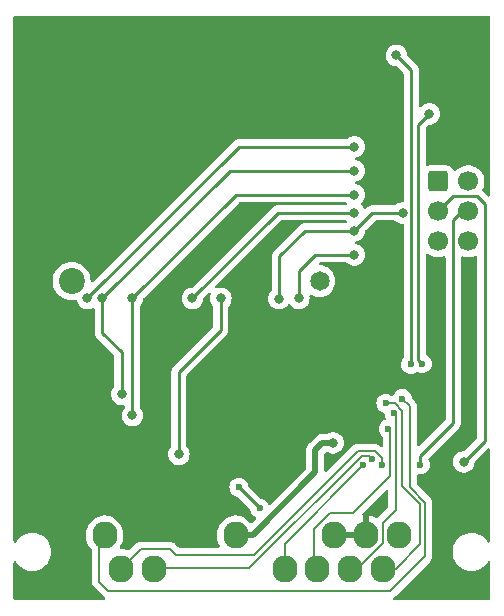
<source format=gbr>
%TF.GenerationSoftware,KiCad,Pcbnew,7.0.9*%
%TF.CreationDate,2023-12-07T13:52:13-06:00*%
%TF.ProjectId,smartportsd-smd,736d6172-7470-46f7-9274-73642d736d64,1.1*%
%TF.SameCoordinates,Original*%
%TF.FileFunction,Copper,L2,Bot*%
%TF.FilePolarity,Positive*%
%FSLAX46Y46*%
G04 Gerber Fmt 4.6, Leading zero omitted, Abs format (unit mm)*
G04 Created by KiCad (PCBNEW 7.0.9) date 2023-12-07 13:52:13*
%MOMM*%
%LPD*%
G01*
G04 APERTURE LIST*
G04 Aperture macros list*
%AMRoundRect*
0 Rectangle with rounded corners*
0 $1 Rounding radius*
0 $2 $3 $4 $5 $6 $7 $8 $9 X,Y pos of 4 corners*
0 Add a 4 corners polygon primitive as box body*
4,1,4,$2,$3,$4,$5,$6,$7,$8,$9,$2,$3,0*
0 Add four circle primitives for the rounded corners*
1,1,$1+$1,$2,$3*
1,1,$1+$1,$4,$5*
1,1,$1+$1,$6,$7*
1,1,$1+$1,$8,$9*
0 Add four rect primitives between the rounded corners*
20,1,$1+$1,$2,$3,$4,$5,0*
20,1,$1+$1,$4,$5,$6,$7,0*
20,1,$1+$1,$6,$7,$8,$9,0*
20,1,$1+$1,$8,$9,$2,$3,0*%
G04 Aperture macros list end*
%TA.AperFunction,ComponentPad*%
%ADD10O,2.100000X2.300000*%
%TD*%
%TA.AperFunction,ComponentPad*%
%ADD11C,2.200000*%
%TD*%
%TA.AperFunction,ComponentPad*%
%ADD12C,1.650000*%
%TD*%
%TA.AperFunction,ComponentPad*%
%ADD13C,1.700000*%
%TD*%
%TA.AperFunction,ComponentPad*%
%ADD14RoundRect,0.250000X-0.600000X-0.600000X0.600000X-0.600000X0.600000X0.600000X-0.600000X0.600000X0*%
%TD*%
%TA.AperFunction,ViaPad*%
%ADD15C,0.800000*%
%TD*%
%TA.AperFunction,ViaPad*%
%ADD16C,0.600000*%
%TD*%
%TA.AperFunction,Conductor*%
%ADD17C,0.500000*%
%TD*%
%TA.AperFunction,Conductor*%
%ADD18C,0.250000*%
%TD*%
%TA.AperFunction,Conductor*%
%ADD19C,0.200000*%
%TD*%
G04 APERTURE END LIST*
D10*
%TO.P,J1,1,1*%
%TO.N,GND*%
X167238000Y-126850000D03*
%TO.P,J1,2,2*%
X164468000Y-126850000D03*
%TO.P,J1,3,3*%
X161698000Y-126850000D03*
%TO.P,J1,6,6*%
%TO.N,+5V*%
X153388000Y-126850000D03*
%TO.P,J1,10,10*%
%TO.N,/PA5_WR_PROT*%
X142308000Y-126850000D03*
%TO.P,J1,11,P11*%
%TO.N,/PD2_00*%
X165853000Y-129690000D03*
%TO.P,J1,12,P12*%
%TO.N,/PD3_01*%
X163083000Y-129690000D03*
%TO.P,J1,13,P13*%
%TO.N,/PD4_02*%
X160313000Y-129690000D03*
%TO.P,J1,14,P14*%
%TO.N,/PD5_03*%
X157543000Y-129690000D03*
%TO.P,J1,18,P18*%
%TO.N,/PD6_RD_DATA*%
X146463000Y-129690000D03*
%TO.P,J1,19,P19*%
%TO.N,/PD7_WR_DATA*%
X143693000Y-129690000D03*
%TD*%
D11*
%TO.P,J3,17*%
%TO.N,N/C*%
X139506000Y-105346000D03*
D12*
%TO.P,J3,16*%
X160506000Y-105346000D03*
%TD*%
D13*
%TO.P,J2,6,Pin_6*%
%TO.N,GND*%
X173101000Y-101981000D03*
%TO.P,J2,5,Pin_5*%
%TO.N,/RESET*%
X170561000Y-101981000D03*
%TO.P,J2,4,Pin_4*%
%TO.N,/MOSI_D11*%
X173101000Y-99441000D03*
%TO.P,J2,3,Pin_3*%
%TO.N,/SCK_D13*%
X170561000Y-99441000D03*
%TO.P,J2,2,Pin_2*%
%TO.N,+5V*%
X173101000Y-96901000D03*
D14*
%TO.P,J2,1,Pin_1*%
%TO.N,/MISO_D12*%
X170561000Y-96901000D03*
%TD*%
D15*
%TO.N,GND*%
X174244000Y-86868000D03*
X174244000Y-89154000D03*
X170561000Y-107442000D03*
X173101000Y-109474000D03*
X169418000Y-130556000D03*
X170434000Y-126873000D03*
D16*
%TO.N,/PD7_WR_DATA*%
X165762500Y-120950927D03*
D15*
%TO.N,/PA4_STATUS_LED*%
X167005000Y-86233000D03*
%TO.N,/SCK_D13*%
X172720000Y-120650000D03*
%TO.N,/MISO_D12*%
X167550500Y-99568000D03*
%TO.N,/PA3_EJECT_BUTTON*%
X169799000Y-91186000D03*
%TO.N,GND*%
X139319000Y-101854000D03*
X164084000Y-116713000D03*
X147193000Y-106807000D03*
X141478000Y-117602000D03*
X136017000Y-118618000D03*
X137033000Y-112141000D03*
X142240000Y-115824000D03*
X137287000Y-118618000D03*
X141478000Y-118618000D03*
X155448000Y-114046000D03*
X165100000Y-111125000D03*
X141478000Y-119634000D03*
X169926000Y-117475000D03*
X136525000Y-123444000D03*
X160655000Y-117602000D03*
X149098000Y-92202000D03*
X136017000Y-117602000D03*
X140335000Y-117602000D03*
X137287000Y-117602000D03*
X140335000Y-119634000D03*
X159639000Y-84709000D03*
X154686000Y-106807000D03*
X152146000Y-112268000D03*
X162560000Y-113411000D03*
X138938000Y-84836000D03*
X136017000Y-119634000D03*
X137287000Y-119634000D03*
X158242000Y-119126000D03*
X140335000Y-118618000D03*
D16*
%TO.N,/PA4_STATUS_LED*%
X168224556Y-112396762D03*
D15*
%TO.N,+5V*%
X161643986Y-119043516D03*
D16*
%TO.N,/PA5_WR_PROT*%
X167513000Y-115316000D03*
D15*
%TO.N,Net-(J3-DAT3{slash}CS)*%
X143764000Y-114935000D03*
X142113000Y-106807000D03*
X163449000Y-96012000D03*
%TO.N,Net-(J3-CMD{slash}DI)*%
X144653000Y-106807000D03*
X163449000Y-98044000D03*
X144653000Y-116713000D03*
%TO.N,+3.3V*%
X163449000Y-99568000D03*
X149733000Y-106807000D03*
D16*
%TO.N,/PD2_00*%
X166116000Y-115697000D03*
D15*
%TO.N,Net-(J3-CLK{slash}SCLK)*%
X148590000Y-120015000D03*
X152146000Y-106807000D03*
D16*
%TO.N,/MISO_D12*%
X153670000Y-122809000D03*
X155448000Y-124595500D03*
D15*
X163449000Y-101092000D03*
X157061000Y-106845000D03*
%TO.N,Net-(J3-DAT1)*%
X158750000Y-106807000D03*
X163449000Y-103124000D03*
%TO.N,Net-(J3-DAT2)*%
X140843000Y-106807000D03*
X163449000Y-93980000D03*
D16*
%TO.N,/PD3_01*%
X166811500Y-116525500D03*
%TO.N,/PD4_02*%
X166336500Y-117856000D03*
%TO.N,/PD5_03*%
X164211000Y-120904000D03*
%TO.N,/MOSI_D11*%
X169037000Y-120904000D03*
%TO.N,/PD6_RD_DATA*%
X164973000Y-120396000D03*
%TO.N,/PA3_EJECT_BUTTON*%
X169189400Y-112344200D03*
%TD*%
D17*
%TO.N,+5V*%
X160147000Y-119634000D02*
X160737484Y-119043516D01*
X160147000Y-121539000D02*
X160147000Y-119634000D01*
X160737484Y-119043516D02*
X161643986Y-119043516D01*
X154836000Y-126850000D02*
X160147000Y-121539000D01*
X153388000Y-126850000D02*
X154836000Y-126850000D01*
D18*
%TO.N,+3.3V*%
X156972000Y-99568000D02*
X149733000Y-106807000D01*
X163449000Y-99568000D02*
X156972000Y-99568000D01*
%TO.N,/MOSI_D11*%
X171831000Y-100203000D02*
X172593000Y-99441000D01*
X169037000Y-120140604D02*
X171831000Y-117346604D01*
X169037000Y-120904000D02*
X169037000Y-120140604D01*
X171831000Y-117346604D02*
X171831000Y-100203000D01*
D19*
%TO.N,/PD4_02*%
X160020000Y-126365000D02*
X160020000Y-129397000D01*
X161417000Y-124968000D02*
X160020000Y-126365000D01*
X166462000Y-121828000D02*
X163322000Y-124968000D01*
X163322000Y-124968000D02*
X161417000Y-124968000D01*
X166462000Y-117981500D02*
X166462000Y-121828000D01*
X166336500Y-117856000D02*
X166462000Y-117981500D01*
%TO.N,/PA5_WR_PROT*%
X141859000Y-130810000D02*
X141859000Y-127334000D01*
X169437000Y-124098001D02*
X169437000Y-128632000D01*
X168148000Y-122809000D02*
X169437000Y-124098001D01*
X169437000Y-128632000D02*
X166497000Y-131572000D01*
X166497000Y-131572000D02*
X142621000Y-131572000D01*
X142621000Y-131572000D02*
X141859000Y-130810000D01*
X168148000Y-115951000D02*
X168148000Y-122809000D01*
X167513000Y-115316000D02*
X168148000Y-115951000D01*
%TO.N,/PD3_01*%
X163680000Y-129690000D02*
X163637188Y-129690000D01*
X165862000Y-127508000D02*
X163680000Y-129690000D01*
X166936000Y-124721200D02*
X165862000Y-125795200D01*
X165862000Y-125795200D02*
X165862000Y-127508000D01*
X166936000Y-116650000D02*
X166936000Y-124721200D01*
X166811500Y-116525500D02*
X166936000Y-116650000D01*
%TO.N,/PD7_WR_DATA*%
X145367000Y-128016000D02*
X143693000Y-129690000D01*
X148336000Y-128524000D02*
X147828000Y-128016000D01*
X154940000Y-128524000D02*
X148336000Y-128524000D01*
X163722000Y-119742000D02*
X154940000Y-128524000D01*
X165167529Y-119742000D02*
X163722000Y-119742000D01*
X147828000Y-128016000D02*
X145367000Y-128016000D01*
X165762500Y-120336971D02*
X165167529Y-119742000D01*
X165762500Y-120950927D02*
X165762500Y-120336971D01*
%TO.N,/PD6_RD_DATA*%
X164084000Y-120142000D02*
X154559000Y-129667000D01*
X164719000Y-120142000D02*
X164084000Y-120142000D01*
X154559000Y-129667000D02*
X146486000Y-129667000D01*
X164973000Y-120396000D02*
X164719000Y-120142000D01*
%TO.N,/PD5_03*%
X157543000Y-127572000D02*
X157543000Y-129690000D01*
X164211000Y-120904000D02*
X157543000Y-127572000D01*
D18*
%TO.N,/SCK_D13*%
X173863000Y-98171000D02*
X171831000Y-98171000D01*
X174498000Y-98806000D02*
X173863000Y-98171000D01*
X174498000Y-118872000D02*
X174498000Y-98806000D01*
X171831000Y-98171000D02*
X170561000Y-99441000D01*
X172720000Y-120650000D02*
X174498000Y-118872000D01*
D19*
%TO.N,/PD2_00*%
X169037000Y-124263686D02*
X169037000Y-127635000D01*
X167513000Y-122739686D02*
X169037000Y-124263686D01*
X169037000Y-127635000D02*
X166982000Y-129690000D01*
X167513000Y-116332000D02*
X167513000Y-122739686D01*
X166982000Y-129690000D02*
X165853000Y-129690000D01*
X166878000Y-115697000D02*
X167513000Y-116332000D01*
X166116000Y-115697000D02*
X166878000Y-115697000D01*
D18*
%TO.N,Net-(J3-DAT1)*%
X158750000Y-104521000D02*
X158750000Y-106807000D01*
X160147000Y-103124000D02*
X158750000Y-104521000D01*
X163449000Y-103124000D02*
X160147000Y-103124000D01*
%TO.N,/MISO_D12*%
X164973000Y-99568000D02*
X167550500Y-99568000D01*
X159258000Y-101092000D02*
X157099000Y-103251000D01*
X157099000Y-103251000D02*
X157099000Y-106807000D01*
X163449000Y-101092000D02*
X164973000Y-99568000D01*
X163449000Y-101092000D02*
X159258000Y-101092000D01*
%TO.N,/PA4_STATUS_LED*%
X168275000Y-87503000D02*
X167005000Y-86233000D01*
X168275000Y-112346318D02*
X168275000Y-87503000D01*
%TO.N,Net-(J3-CMD{slash}DI)*%
X153416000Y-98044000D02*
X144653000Y-106807000D01*
X163449000Y-98044000D02*
X153416000Y-98044000D01*
%TO.N,Net-(J3-DAT3{slash}CS)*%
X152908000Y-96012000D02*
X142113000Y-106807000D01*
X163449000Y-96012000D02*
X152908000Y-96012000D01*
%TO.N,Net-(J3-DAT2)*%
X153670000Y-93980000D02*
X140843000Y-106807000D01*
X163449000Y-93980000D02*
X153670000Y-93980000D01*
%TO.N,/PA3_EJECT_BUTTON*%
X168878000Y-92107000D02*
X169799000Y-91186000D01*
X168878000Y-112032800D02*
X168878000Y-92107000D01*
X169189400Y-112344200D02*
X168878000Y-112032800D01*
%TO.N,/PA4_STATUS_LED*%
X168224556Y-112396762D02*
X168275000Y-112346318D01*
%TO.N,Net-(J3-DAT3{slash}CS)*%
X143764000Y-114935000D02*
X143764000Y-111379000D01*
X143764000Y-111379000D02*
X142113000Y-109728000D01*
X142113000Y-109728000D02*
X142113000Y-106807000D01*
%TO.N,Net-(J3-CMD{slash}DI)*%
X144653000Y-106807000D02*
X144653000Y-116713000D01*
%TO.N,Net-(J3-CLK{slash}SCLK)*%
X148590000Y-113030000D02*
X148590000Y-120015000D01*
X152146000Y-106807000D02*
X152146000Y-109474000D01*
X148590000Y-113030000D02*
X152146000Y-109474000D01*
%TO.N,/MISO_D12*%
X153670000Y-122809000D02*
X153670000Y-122817500D01*
X153670000Y-122817500D02*
X155448000Y-124595500D01*
%TD*%
%TA.AperFunction,Conductor*%
%TO.N,GND*%
G36*
X174901621Y-82920502D02*
G01*
X174948114Y-82974158D01*
X174959500Y-83026500D01*
X174959500Y-98067404D01*
X174939498Y-98135525D01*
X174885842Y-98182018D01*
X174815568Y-98192122D01*
X174750988Y-98162628D01*
X174744405Y-98156499D01*
X174370242Y-97782336D01*
X174360280Y-97769901D01*
X174360053Y-97770090D01*
X174355000Y-97763982D01*
X174311111Y-97722768D01*
X174275146Y-97661556D01*
X174277983Y-97590616D01*
X174291883Y-97562000D01*
X174292670Y-97560796D01*
X174299860Y-97549791D01*
X174390296Y-97343616D01*
X174445564Y-97125368D01*
X174464156Y-96901000D01*
X174445564Y-96676632D01*
X174445562Y-96676624D01*
X174390297Y-96458387D01*
X174390296Y-96458386D01*
X174390296Y-96458384D01*
X174299860Y-96252209D01*
X174267009Y-96201927D01*
X174176724Y-96063734D01*
X174176720Y-96063729D01*
X174024237Y-95898091D01*
X173942382Y-95834381D01*
X173846576Y-95759811D01*
X173648574Y-95652658D01*
X173648572Y-95652657D01*
X173648571Y-95652656D01*
X173435639Y-95579557D01*
X173435630Y-95579555D01*
X173391476Y-95572187D01*
X173213569Y-95542500D01*
X172988431Y-95542500D01*
X172840211Y-95567233D01*
X172766369Y-95579555D01*
X172766360Y-95579557D01*
X172553428Y-95652656D01*
X172553426Y-95652658D01*
X172355426Y-95759810D01*
X172355424Y-95759811D01*
X172177759Y-95898094D01*
X172064483Y-96021143D01*
X172003630Y-96057714D01*
X171932666Y-96055579D01*
X171874121Y-96015417D01*
X171857144Y-95984481D01*
X171856217Y-95984914D01*
X171853116Y-95978266D01*
X171853115Y-95978262D01*
X171760030Y-95827348D01*
X171760029Y-95827347D01*
X171760024Y-95827341D01*
X171634658Y-95701975D01*
X171634652Y-95701970D01*
X171483738Y-95608885D01*
X171395224Y-95579555D01*
X171315427Y-95553113D01*
X171315420Y-95553112D01*
X171211553Y-95542500D01*
X169910455Y-95542500D01*
X169806573Y-95553113D01*
X169677132Y-95596005D01*
X169606178Y-95598445D01*
X169545168Y-95562137D01*
X169513472Y-95498608D01*
X169511500Y-95476400D01*
X169511500Y-92421594D01*
X169531502Y-92353473D01*
X169548405Y-92332499D01*
X169749499Y-92131405D01*
X169811811Y-92097379D01*
X169838594Y-92094500D01*
X169894487Y-92094500D01*
X170081288Y-92054794D01*
X170255752Y-91977118D01*
X170410253Y-91864866D01*
X170538040Y-91722944D01*
X170633527Y-91557556D01*
X170692542Y-91375928D01*
X170712504Y-91186000D01*
X170692542Y-90996072D01*
X170633527Y-90814444D01*
X170538040Y-90649056D01*
X170538038Y-90649054D01*
X170538034Y-90649048D01*
X170410255Y-90507135D01*
X170255752Y-90394882D01*
X170081288Y-90317206D01*
X169894487Y-90277500D01*
X169703513Y-90277500D01*
X169516711Y-90317206D01*
X169342247Y-90394882D01*
X169187746Y-90507134D01*
X169128136Y-90573338D01*
X169067690Y-90610577D01*
X168996706Y-90609225D01*
X168937722Y-90569711D01*
X168909464Y-90504581D01*
X168908500Y-90489027D01*
X168908500Y-87586855D01*
X168910249Y-87571014D01*
X168909956Y-87570987D01*
X168910701Y-87563094D01*
X168910702Y-87563091D01*
X168908500Y-87493041D01*
X168908500Y-87463144D01*
X168907619Y-87456178D01*
X168907155Y-87450282D01*
X168905673Y-87403110D01*
X168900022Y-87383663D01*
X168896012Y-87364300D01*
X168893474Y-87344203D01*
X168876099Y-87300320D01*
X168874179Y-87294711D01*
X168861018Y-87249407D01*
X168850705Y-87231969D01*
X168842010Y-87214222D01*
X168834552Y-87195383D01*
X168806821Y-87157215D01*
X168803562Y-87152255D01*
X168779541Y-87111635D01*
X168765218Y-87097312D01*
X168752377Y-87082279D01*
X168740471Y-87065892D01*
X168733029Y-87059735D01*
X168704108Y-87035810D01*
X168699736Y-87031831D01*
X167952121Y-86284216D01*
X167918095Y-86221904D01*
X167915908Y-86208306D01*
X167898542Y-86043072D01*
X167839527Y-85861444D01*
X167744040Y-85696056D01*
X167744038Y-85696054D01*
X167744034Y-85696048D01*
X167616255Y-85554135D01*
X167461752Y-85441882D01*
X167287288Y-85364206D01*
X167100487Y-85324500D01*
X166909513Y-85324500D01*
X166722711Y-85364206D01*
X166548247Y-85441882D01*
X166393744Y-85554135D01*
X166265965Y-85696048D01*
X166265958Y-85696058D01*
X166170476Y-85861438D01*
X166170473Y-85861445D01*
X166111457Y-86043072D01*
X166091496Y-86233000D01*
X166111457Y-86422927D01*
X166141526Y-86515470D01*
X166170473Y-86604556D01*
X166170476Y-86604561D01*
X166265958Y-86769941D01*
X166265965Y-86769951D01*
X166393744Y-86911864D01*
X166393747Y-86911866D01*
X166548248Y-87024118D01*
X166722712Y-87101794D01*
X166909513Y-87141500D01*
X166965406Y-87141500D01*
X167033527Y-87161502D01*
X167054501Y-87178405D01*
X167604595Y-87728499D01*
X167638621Y-87790811D01*
X167641500Y-87817594D01*
X167641500Y-98533500D01*
X167621498Y-98601621D01*
X167567842Y-98648114D01*
X167515500Y-98659500D01*
X167455013Y-98659500D01*
X167268211Y-98699206D01*
X167093747Y-98776882D01*
X166939247Y-98889133D01*
X166935937Y-98892810D01*
X166875491Y-98930050D01*
X166842300Y-98934500D01*
X165056849Y-98934500D01*
X165041010Y-98932751D01*
X165040983Y-98933045D01*
X165033091Y-98932299D01*
X164963060Y-98934500D01*
X164933144Y-98934500D01*
X164926172Y-98935379D01*
X164920265Y-98935844D01*
X164873110Y-98937326D01*
X164873105Y-98937327D01*
X164853660Y-98942977D01*
X164834302Y-98946986D01*
X164814207Y-98949524D01*
X164814205Y-98949525D01*
X164770324Y-98966897D01*
X164764709Y-98968819D01*
X164719410Y-98981980D01*
X164719404Y-98981982D01*
X164701966Y-98992295D01*
X164684220Y-99000989D01*
X164665381Y-99008448D01*
X164665380Y-99008449D01*
X164627213Y-99036178D01*
X164622252Y-99039437D01*
X164581637Y-99063458D01*
X164567307Y-99077787D01*
X164552281Y-99090620D01*
X164535895Y-99102526D01*
X164535894Y-99102526D01*
X164505818Y-99138880D01*
X164501823Y-99143271D01*
X164460077Y-99185016D01*
X164397765Y-99219042D01*
X164326950Y-99213977D01*
X164270114Y-99171430D01*
X164261863Y-99158921D01*
X164206747Y-99063458D01*
X164188040Y-99031056D01*
X164188038Y-99031054D01*
X164188034Y-99031048D01*
X164061313Y-98890310D01*
X164030595Y-98826303D01*
X164039360Y-98755849D01*
X164061313Y-98721690D01*
X164188034Y-98580951D01*
X164188035Y-98580949D01*
X164188040Y-98580944D01*
X164283527Y-98415556D01*
X164342542Y-98233928D01*
X164362504Y-98044000D01*
X164342542Y-97854072D01*
X164283527Y-97672444D01*
X164188040Y-97507056D01*
X164188038Y-97507054D01*
X164188034Y-97507048D01*
X164060255Y-97365135D01*
X163905752Y-97252882D01*
X163731288Y-97175206D01*
X163618570Y-97151247D01*
X163556097Y-97117518D01*
X163521775Y-97055369D01*
X163526503Y-96984530D01*
X163568779Y-96927492D01*
X163618570Y-96904753D01*
X163731288Y-96880794D01*
X163905752Y-96803118D01*
X164060253Y-96690866D01*
X164063563Y-96687190D01*
X164188034Y-96548951D01*
X164188035Y-96548949D01*
X164188040Y-96548944D01*
X164283527Y-96383556D01*
X164342542Y-96201928D01*
X164362504Y-96012000D01*
X164342542Y-95822072D01*
X164283527Y-95640444D01*
X164188040Y-95475056D01*
X164188038Y-95475054D01*
X164188034Y-95475048D01*
X164060255Y-95333135D01*
X163905752Y-95220882D01*
X163731288Y-95143206D01*
X163618570Y-95119247D01*
X163556097Y-95085518D01*
X163521775Y-95023369D01*
X163526503Y-94952530D01*
X163568779Y-94895492D01*
X163618570Y-94872753D01*
X163731288Y-94848794D01*
X163905752Y-94771118D01*
X164060253Y-94658866D01*
X164063563Y-94655190D01*
X164188034Y-94516951D01*
X164188035Y-94516949D01*
X164188040Y-94516944D01*
X164283527Y-94351556D01*
X164342542Y-94169928D01*
X164362504Y-93980000D01*
X164342542Y-93790072D01*
X164283527Y-93608444D01*
X164188040Y-93443056D01*
X164188038Y-93443054D01*
X164188034Y-93443048D01*
X164060255Y-93301135D01*
X163905752Y-93188882D01*
X163731288Y-93111206D01*
X163544487Y-93071500D01*
X163353513Y-93071500D01*
X163166711Y-93111206D01*
X162992247Y-93188882D01*
X162837747Y-93301133D01*
X162834437Y-93304810D01*
X162773991Y-93342050D01*
X162740800Y-93346500D01*
X153753849Y-93346500D01*
X153738010Y-93344751D01*
X153737983Y-93345045D01*
X153730091Y-93344299D01*
X153660060Y-93346500D01*
X153630144Y-93346500D01*
X153623172Y-93347379D01*
X153617265Y-93347844D01*
X153570110Y-93349326D01*
X153570105Y-93349327D01*
X153550660Y-93354977D01*
X153531302Y-93358986D01*
X153511210Y-93361524D01*
X153511202Y-93361526D01*
X153467336Y-93378893D01*
X153461721Y-93380816D01*
X153416407Y-93393982D01*
X153416402Y-93393984D01*
X153398963Y-93404297D01*
X153381218Y-93412990D01*
X153362380Y-93420449D01*
X153340278Y-93436507D01*
X153324212Y-93448180D01*
X153319261Y-93451433D01*
X153278640Y-93475455D01*
X153264307Y-93489787D01*
X153249281Y-93502620D01*
X153232895Y-93514526D01*
X153232894Y-93514526D01*
X153202818Y-93550880D01*
X153198823Y-93555271D01*
X141333794Y-105420299D01*
X141271482Y-105454325D01*
X141200667Y-105449260D01*
X141143831Y-105406713D01*
X141119087Y-105341091D01*
X141099609Y-105093597D01*
X141040505Y-104847409D01*
X140943616Y-104613498D01*
X140811328Y-104397624D01*
X140646898Y-104205102D01*
X140454376Y-104040672D01*
X140238502Y-103908384D01*
X140004591Y-103811495D01*
X140004589Y-103811494D01*
X139836177Y-103771062D01*
X139758403Y-103752391D01*
X139506000Y-103732526D01*
X139253597Y-103752391D01*
X139007410Y-103811494D01*
X138773499Y-103908383D01*
X138557625Y-104040671D01*
X138365102Y-104205102D01*
X138200671Y-104397625D01*
X138068383Y-104613499D01*
X137971494Y-104847410D01*
X137912391Y-105093597D01*
X137892526Y-105346000D01*
X137912391Y-105598402D01*
X137971494Y-105844589D01*
X138042204Y-106015297D01*
X138068384Y-106078502D01*
X138200672Y-106294376D01*
X138365102Y-106486898D01*
X138557624Y-106651328D01*
X138773498Y-106783616D01*
X139007409Y-106880505D01*
X139253597Y-106939609D01*
X139506000Y-106959474D01*
X139758403Y-106939609D01*
X139805100Y-106928398D01*
X139876008Y-106931944D01*
X139933742Y-106973263D01*
X139954348Y-107011979D01*
X139961805Y-107034928D01*
X140008473Y-107178556D01*
X140008476Y-107178561D01*
X140103958Y-107343941D01*
X140103965Y-107343951D01*
X140231744Y-107485864D01*
X140231747Y-107485866D01*
X140386248Y-107598118D01*
X140560712Y-107675794D01*
X140747513Y-107715500D01*
X140938487Y-107715500D01*
X141125288Y-107675794D01*
X141299752Y-107598118D01*
X141299756Y-107598114D01*
X141302251Y-107597004D01*
X141372618Y-107587570D01*
X141436915Y-107617676D01*
X141474728Y-107677765D01*
X141479500Y-107712111D01*
X141479500Y-109644146D01*
X141477751Y-109659988D01*
X141478044Y-109660016D01*
X141477298Y-109667907D01*
X141479500Y-109737957D01*
X141479500Y-109767851D01*
X141479501Y-109767872D01*
X141480378Y-109774820D01*
X141480844Y-109780732D01*
X141482326Y-109827888D01*
X141482327Y-109827893D01*
X141487977Y-109847339D01*
X141491986Y-109866697D01*
X141494525Y-109886793D01*
X141494526Y-109886799D01*
X141511893Y-109930662D01*
X141513816Y-109936279D01*
X141526982Y-109981593D01*
X141537294Y-109999031D01*
X141545988Y-110016779D01*
X141553444Y-110035609D01*
X141553450Y-110035620D01*
X141581177Y-110073783D01*
X141584437Y-110078746D01*
X141608460Y-110119365D01*
X141622779Y-110133684D01*
X141635617Y-110148714D01*
X141645156Y-110161843D01*
X141647528Y-110165107D01*
X141675794Y-110188491D01*
X141683886Y-110195185D01*
X141688267Y-110199171D01*
X143011189Y-111522093D01*
X143093595Y-111604499D01*
X143127621Y-111666811D01*
X143130500Y-111693594D01*
X143130500Y-114232474D01*
X143110498Y-114300595D01*
X143098137Y-114316784D01*
X143024957Y-114398059D01*
X142929476Y-114563438D01*
X142929473Y-114563444D01*
X142914999Y-114607986D01*
X142870457Y-114745072D01*
X142850496Y-114935000D01*
X142870457Y-115124927D01*
X142891510Y-115189718D01*
X142929473Y-115306556D01*
X142929476Y-115306561D01*
X143024958Y-115471941D01*
X143024965Y-115471951D01*
X143152744Y-115613864D01*
X143152747Y-115613866D01*
X143307248Y-115726118D01*
X143481712Y-115803794D01*
X143668513Y-115843500D01*
X143859485Y-115843500D01*
X143859487Y-115843500D01*
X143867300Y-115841839D01*
X143938088Y-115847237D01*
X143994723Y-115890051D01*
X144019220Y-115956687D01*
X144019500Y-115965084D01*
X144019500Y-116010474D01*
X143999498Y-116078595D01*
X143987137Y-116094784D01*
X143913957Y-116176059D01*
X143818476Y-116341438D01*
X143818473Y-116341445D01*
X143759457Y-116523072D01*
X143739496Y-116713000D01*
X143759457Y-116902927D01*
X143786514Y-116986196D01*
X143818473Y-117084556D01*
X143818476Y-117084561D01*
X143913958Y-117249941D01*
X143913965Y-117249951D01*
X144041744Y-117391864D01*
X144041747Y-117391866D01*
X144196248Y-117504118D01*
X144370712Y-117581794D01*
X144557513Y-117621500D01*
X144748487Y-117621500D01*
X144935288Y-117581794D01*
X145109752Y-117504118D01*
X145264253Y-117391866D01*
X145286948Y-117366661D01*
X145392034Y-117249951D01*
X145392035Y-117249949D01*
X145392040Y-117249944D01*
X145487527Y-117084556D01*
X145546542Y-116902928D01*
X145566504Y-116713000D01*
X145546542Y-116523072D01*
X145487527Y-116341444D01*
X145392040Y-116176056D01*
X145318863Y-116094784D01*
X145288146Y-116030776D01*
X145286500Y-116010474D01*
X145286500Y-107509524D01*
X145306502Y-107441403D01*
X145318858Y-107425220D01*
X145392040Y-107343944D01*
X145487527Y-107178556D01*
X145546542Y-106996928D01*
X145563907Y-106831703D01*
X145590920Y-106766048D01*
X145600113Y-106755789D01*
X153641499Y-98714405D01*
X153703811Y-98680379D01*
X153730594Y-98677500D01*
X162740800Y-98677500D01*
X162808921Y-98697502D01*
X162834455Y-98719210D01*
X162836705Y-98721710D01*
X162867408Y-98785725D01*
X162858628Y-98856176D01*
X162836705Y-98890290D01*
X162834455Y-98892790D01*
X162774017Y-98930043D01*
X162740800Y-98934500D01*
X157055853Y-98934500D01*
X157040011Y-98932750D01*
X157039984Y-98933044D01*
X157032091Y-98932297D01*
X156962028Y-98934500D01*
X156932144Y-98934500D01*
X156932140Y-98934500D01*
X156932129Y-98934501D01*
X156925190Y-98935377D01*
X156919277Y-98935843D01*
X156872114Y-98937325D01*
X156872107Y-98937327D01*
X156852649Y-98942979D01*
X156833304Y-98946985D01*
X156813206Y-98949525D01*
X156813197Y-98949527D01*
X156769331Y-98966894D01*
X156763716Y-98968817D01*
X156718408Y-98981981D01*
X156700964Y-98992297D01*
X156683218Y-99000990D01*
X156664382Y-99008448D01*
X156626209Y-99036181D01*
X156621248Y-99039440D01*
X156580638Y-99063458D01*
X156566311Y-99077784D01*
X156551285Y-99090617D01*
X156534895Y-99102525D01*
X156534893Y-99102527D01*
X156504808Y-99138892D01*
X156500812Y-99143283D01*
X149782500Y-105861595D01*
X149720188Y-105895621D01*
X149693405Y-105898500D01*
X149637513Y-105898500D01*
X149450711Y-105938206D01*
X149276247Y-106015882D01*
X149121744Y-106128135D01*
X148993965Y-106270048D01*
X148993958Y-106270058D01*
X148898476Y-106435438D01*
X148898473Y-106435445D01*
X148839457Y-106617072D01*
X148819496Y-106807000D01*
X148839457Y-106996927D01*
X148851805Y-107034928D01*
X148898473Y-107178556D01*
X148898476Y-107178561D01*
X148993958Y-107343941D01*
X148993965Y-107343951D01*
X149121744Y-107485864D01*
X149121747Y-107485866D01*
X149276248Y-107598118D01*
X149450712Y-107675794D01*
X149637513Y-107715500D01*
X149828487Y-107715500D01*
X150015288Y-107675794D01*
X150189752Y-107598118D01*
X150344253Y-107485866D01*
X150398865Y-107425213D01*
X150472034Y-107343951D01*
X150472035Y-107343949D01*
X150472040Y-107343944D01*
X150567527Y-107178556D01*
X150626542Y-106996928D01*
X150643907Y-106831703D01*
X150670920Y-106766048D01*
X150680113Y-106755789D01*
X151090059Y-106345843D01*
X151152369Y-106311819D01*
X151223184Y-106316884D01*
X151280020Y-106359431D01*
X151304831Y-106425951D01*
X151298985Y-106473876D01*
X151252457Y-106617071D01*
X151232496Y-106807000D01*
X151252457Y-106996927D01*
X151264805Y-107034928D01*
X151311473Y-107178556D01*
X151311476Y-107178561D01*
X151399026Y-107330203D01*
X151406960Y-107343944D01*
X151480137Y-107425215D01*
X151510853Y-107489220D01*
X151512500Y-107509524D01*
X151512500Y-109159404D01*
X151492498Y-109227525D01*
X151475595Y-109248499D01*
X148201336Y-112522757D01*
X148188901Y-112532721D01*
X148189089Y-112532948D01*
X148182980Y-112538001D01*
X148135016Y-112589078D01*
X148113866Y-112610227D01*
X148109560Y-112615777D01*
X148105714Y-112620279D01*
X148073417Y-112654674D01*
X148073411Y-112654683D01*
X148063651Y-112672435D01*
X148052803Y-112688950D01*
X148040386Y-112704958D01*
X148021645Y-112748264D01*
X148019034Y-112753594D01*
X147996305Y-112794939D01*
X147996303Y-112794944D01*
X147991267Y-112814559D01*
X147984864Y-112833262D01*
X147976819Y-112851852D01*
X147969437Y-112898456D01*
X147968233Y-112904268D01*
X147956500Y-112949968D01*
X147956500Y-112970223D01*
X147954949Y-112989933D01*
X147951780Y-113009942D01*
X147951780Y-113009943D01*
X147956220Y-113056917D01*
X147956500Y-113062850D01*
X147956500Y-119312474D01*
X147936498Y-119380595D01*
X147924137Y-119396784D01*
X147850957Y-119478059D01*
X147755476Y-119643438D01*
X147755473Y-119643445D01*
X147696457Y-119825072D01*
X147676496Y-120015000D01*
X147696457Y-120204927D01*
X147720343Y-120278438D01*
X147755473Y-120386556D01*
X147755476Y-120386561D01*
X147850958Y-120551941D01*
X147850965Y-120551951D01*
X147978744Y-120693864D01*
X147978747Y-120693866D01*
X148133248Y-120806118D01*
X148307712Y-120883794D01*
X148494513Y-120923500D01*
X148685487Y-120923500D01*
X148872288Y-120883794D01*
X149046752Y-120806118D01*
X149201253Y-120693866D01*
X149255091Y-120634073D01*
X149329034Y-120551951D01*
X149329035Y-120551949D01*
X149329040Y-120551944D01*
X149424527Y-120386556D01*
X149483542Y-120204928D01*
X149503504Y-120015000D01*
X149483542Y-119825072D01*
X149424527Y-119643444D01*
X149337401Y-119492537D01*
X149329042Y-119478059D01*
X149329041Y-119478058D01*
X149329040Y-119478056D01*
X149255863Y-119396784D01*
X149225146Y-119332776D01*
X149223500Y-119312474D01*
X149223500Y-113344593D01*
X149243502Y-113276472D01*
X149260400Y-113255503D01*
X152534657Y-109981245D01*
X152547092Y-109971284D01*
X152546905Y-109971057D01*
X152553009Y-109966005D01*
X152553018Y-109966000D01*
X152600999Y-109914904D01*
X152622134Y-109893770D01*
X152626429Y-109888232D01*
X152630271Y-109883731D01*
X152662586Y-109849321D01*
X152672345Y-109831567D01*
X152683197Y-109815046D01*
X152695613Y-109799041D01*
X152706946Y-109772850D01*
X152714347Y-109755748D01*
X152716961Y-109750412D01*
X152739694Y-109709061D01*
X152739695Y-109709060D01*
X152744733Y-109689435D01*
X152751138Y-109670730D01*
X152752360Y-109667907D01*
X152759181Y-109652145D01*
X152766563Y-109605525D01*
X152767761Y-109599744D01*
X152779500Y-109554030D01*
X152779500Y-109533769D01*
X152781051Y-109514058D01*
X152784219Y-109494056D01*
X152779780Y-109447089D01*
X152779500Y-109441157D01*
X152779500Y-107509524D01*
X152799502Y-107441403D01*
X152811858Y-107425220D01*
X152885040Y-107343944D01*
X152980527Y-107178556D01*
X153039542Y-106996928D01*
X153059504Y-106807000D01*
X153039542Y-106617072D01*
X152980527Y-106435444D01*
X152885040Y-106270056D01*
X152885038Y-106270054D01*
X152885034Y-106270048D01*
X152757255Y-106128135D01*
X152602752Y-106015882D01*
X152428288Y-105938206D01*
X152241487Y-105898500D01*
X152050513Y-105898500D01*
X151863711Y-105938206D01*
X151825011Y-105955436D01*
X151754644Y-105964869D01*
X151690347Y-105934761D01*
X151652535Y-105874672D01*
X151653212Y-105803678D01*
X151684667Y-105751236D01*
X157197500Y-100238405D01*
X157259812Y-100204379D01*
X157286595Y-100201500D01*
X162740800Y-100201500D01*
X162808921Y-100221502D01*
X162834455Y-100243210D01*
X162836705Y-100245710D01*
X162867408Y-100309725D01*
X162858628Y-100380176D01*
X162836705Y-100414290D01*
X162834455Y-100416790D01*
X162774017Y-100454043D01*
X162740800Y-100458500D01*
X159341853Y-100458500D01*
X159326011Y-100456750D01*
X159325984Y-100457044D01*
X159318092Y-100456298D01*
X159318091Y-100456298D01*
X159248042Y-100458500D01*
X159218144Y-100458500D01*
X159218140Y-100458500D01*
X159218130Y-100458501D01*
X159211179Y-100459379D01*
X159205267Y-100459844D01*
X159158113Y-100461326D01*
X159158111Y-100461327D01*
X159138656Y-100466978D01*
X159119303Y-100470986D01*
X159099211Y-100473524D01*
X159099204Y-100473525D01*
X159099203Y-100473526D01*
X159099201Y-100473526D01*
X159099200Y-100473527D01*
X159055339Y-100490892D01*
X159049724Y-100492815D01*
X159004407Y-100505982D01*
X158986964Y-100516297D01*
X158969218Y-100524990D01*
X158950382Y-100532448D01*
X158912209Y-100560181D01*
X158907248Y-100563440D01*
X158866638Y-100587458D01*
X158852311Y-100601784D01*
X158837285Y-100614617D01*
X158820895Y-100626525D01*
X158820893Y-100626527D01*
X158790808Y-100662892D01*
X158786812Y-100667283D01*
X156710335Y-102743758D01*
X156697900Y-102753722D01*
X156698088Y-102753949D01*
X156691979Y-102759002D01*
X156644017Y-102810078D01*
X156622860Y-102831234D01*
X156618560Y-102836777D01*
X156614713Y-102841280D01*
X156582417Y-102875674D01*
X156582411Y-102875683D01*
X156572651Y-102893435D01*
X156561803Y-102909950D01*
X156549386Y-102925958D01*
X156530645Y-102969264D01*
X156528034Y-102974594D01*
X156505305Y-103015939D01*
X156505303Y-103015944D01*
X156500267Y-103035559D01*
X156493864Y-103054262D01*
X156485819Y-103072852D01*
X156478437Y-103119456D01*
X156477233Y-103125268D01*
X156465500Y-103170968D01*
X156465500Y-103191223D01*
X156463949Y-103210933D01*
X156460780Y-103230942D01*
X156460780Y-103230943D01*
X156465220Y-103277917D01*
X156465500Y-103283850D01*
X156465500Y-106100272D01*
X156445498Y-106168393D01*
X156433138Y-106184579D01*
X156433050Y-106184678D01*
X156321962Y-106308053D01*
X156321958Y-106308058D01*
X156226476Y-106473438D01*
X156226473Y-106473444D01*
X156216885Y-106502952D01*
X156167457Y-106655072D01*
X156147496Y-106845000D01*
X156167457Y-107034927D01*
X156197526Y-107127470D01*
X156226473Y-107216556D01*
X156226476Y-107216561D01*
X156321958Y-107381941D01*
X156321965Y-107381951D01*
X156449744Y-107523864D01*
X156449747Y-107523866D01*
X156604248Y-107636118D01*
X156778712Y-107713794D01*
X156965513Y-107753500D01*
X157156487Y-107753500D01*
X157343288Y-107713794D01*
X157517752Y-107636118D01*
X157672253Y-107523866D01*
X157685167Y-107509524D01*
X157800034Y-107381951D01*
X157800035Y-107381949D01*
X157800040Y-107381944D01*
X157809100Y-107366250D01*
X157860477Y-107317259D01*
X157930190Y-107303819D01*
X157996102Y-107330203D01*
X158011855Y-107344939D01*
X158138744Y-107485864D01*
X158138747Y-107485866D01*
X158293248Y-107598118D01*
X158467712Y-107675794D01*
X158654513Y-107715500D01*
X158845487Y-107715500D01*
X159032288Y-107675794D01*
X159206752Y-107598118D01*
X159361253Y-107485866D01*
X159415865Y-107425213D01*
X159489034Y-107343951D01*
X159489035Y-107343949D01*
X159489040Y-107343944D01*
X159584527Y-107178556D01*
X159643542Y-106996928D01*
X159663504Y-106807000D01*
X159644400Y-106625238D01*
X159657172Y-106555402D01*
X159705674Y-106503556D01*
X159774507Y-106486161D01*
X159832711Y-106502952D01*
X159836695Y-106505252D01*
X159836701Y-106505255D01*
X159836703Y-106505256D01*
X160048174Y-106603867D01*
X160273556Y-106664258D01*
X160506000Y-106684594D01*
X160738444Y-106664258D01*
X160963826Y-106603867D01*
X161175297Y-106505256D01*
X161366432Y-106371422D01*
X161531422Y-106206432D01*
X161665256Y-106015297D01*
X161763867Y-105803826D01*
X161824258Y-105578444D01*
X161844594Y-105346000D01*
X161824258Y-105113556D01*
X161763867Y-104888174D01*
X161665256Y-104676703D01*
X161531422Y-104485568D01*
X161366432Y-104320578D01*
X161358701Y-104315165D01*
X161175297Y-104186744D01*
X161087233Y-104145679D01*
X160963826Y-104088133D01*
X160963824Y-104088132D01*
X160859224Y-104060104D01*
X160738444Y-104027742D01*
X160524452Y-104009020D01*
X160458336Y-103983158D01*
X160416697Y-103925654D01*
X160412756Y-103854767D01*
X160447765Y-103793002D01*
X160510609Y-103759970D01*
X160535436Y-103757500D01*
X162740800Y-103757500D01*
X162808921Y-103777502D01*
X162834437Y-103799190D01*
X162837747Y-103802866D01*
X162992248Y-103915118D01*
X163166712Y-103992794D01*
X163353513Y-104032500D01*
X163544487Y-104032500D01*
X163731288Y-103992794D01*
X163905752Y-103915118D01*
X164060253Y-103802866D01*
X164105701Y-103752391D01*
X164188034Y-103660951D01*
X164188035Y-103660949D01*
X164188040Y-103660944D01*
X164283527Y-103495556D01*
X164342542Y-103313928D01*
X164362504Y-103124000D01*
X164342542Y-102934072D01*
X164283527Y-102752444D01*
X164188040Y-102587056D01*
X164188038Y-102587054D01*
X164188034Y-102587048D01*
X164060255Y-102445135D01*
X163905752Y-102332882D01*
X163731288Y-102255206D01*
X163618570Y-102231247D01*
X163556097Y-102197518D01*
X163521775Y-102135369D01*
X163526503Y-102064530D01*
X163568779Y-102007492D01*
X163618570Y-101984753D01*
X163731288Y-101960794D01*
X163905752Y-101883118D01*
X164060253Y-101770866D01*
X164063563Y-101767190D01*
X164188034Y-101628951D01*
X164188035Y-101628949D01*
X164188040Y-101628944D01*
X164283527Y-101463556D01*
X164342542Y-101281928D01*
X164359907Y-101116704D01*
X164386920Y-101051049D01*
X164396113Y-101040790D01*
X165198500Y-100238404D01*
X165260812Y-100204379D01*
X165287595Y-100201500D01*
X166842300Y-100201500D01*
X166910421Y-100221502D01*
X166935937Y-100243190D01*
X166939247Y-100246866D01*
X167093748Y-100359118D01*
X167268212Y-100436794D01*
X167455013Y-100476500D01*
X167515500Y-100476500D01*
X167583621Y-100496502D01*
X167630114Y-100550158D01*
X167641500Y-100602500D01*
X167641500Y-111784235D01*
X167621498Y-111852356D01*
X167604595Y-111873330D01*
X167588444Y-111889480D01*
X167588443Y-111889482D01*
X167491514Y-112043743D01*
X167491513Y-112043746D01*
X167449733Y-112163149D01*
X167431339Y-112215715D01*
X167410940Y-112396762D01*
X167431339Y-112577809D01*
X167431339Y-112577811D01*
X167431340Y-112577812D01*
X167491513Y-112749777D01*
X167491514Y-112749780D01*
X167588443Y-112904041D01*
X167588444Y-112904043D01*
X167717274Y-113032873D01*
X167717276Y-113032874D01*
X167871537Y-113129803D01*
X167871538Y-113129803D01*
X167871541Y-113129805D01*
X168043509Y-113189979D01*
X168224556Y-113210378D01*
X168405603Y-113189979D01*
X168577571Y-113129805D01*
X168661223Y-113077243D01*
X168681768Y-113064334D01*
X168750089Y-113045028D01*
X168815840Y-113064333D01*
X168836385Y-113077243D01*
X169008353Y-113137417D01*
X169189400Y-113157816D01*
X169370447Y-113137417D01*
X169542415Y-113077243D01*
X169696681Y-112980311D01*
X169825511Y-112851481D01*
X169922443Y-112697215D01*
X169982617Y-112525247D01*
X170003016Y-112344200D01*
X169982617Y-112163153D01*
X169922443Y-111991185D01*
X169922441Y-111991182D01*
X169922441Y-111991181D01*
X169825512Y-111836920D01*
X169825511Y-111836918D01*
X169696681Y-111708088D01*
X169696679Y-111708087D01*
X169570464Y-111628780D01*
X169523426Y-111575601D01*
X169511500Y-111522093D01*
X169511500Y-103143372D01*
X169531502Y-103075251D01*
X169585158Y-103028758D01*
X169655432Y-103018654D01*
X169714891Y-103043941D01*
X169815416Y-103122183D01*
X169815424Y-103122189D01*
X170013426Y-103229342D01*
X170013427Y-103229342D01*
X170013428Y-103229343D01*
X170073717Y-103250040D01*
X170226365Y-103302444D01*
X170448431Y-103339500D01*
X170448435Y-103339500D01*
X170673565Y-103339500D01*
X170673569Y-103339500D01*
X170895635Y-103302444D01*
X171030590Y-103256113D01*
X171101512Y-103252913D01*
X171162908Y-103288566D01*
X171195282Y-103351751D01*
X171197500Y-103375287D01*
X171197500Y-117032009D01*
X171177498Y-117100130D01*
X171160595Y-117121104D01*
X168971595Y-119310104D01*
X168909283Y-119344130D01*
X168838468Y-119339065D01*
X168781632Y-119296518D01*
X168756821Y-119229998D01*
X168756500Y-119221009D01*
X168756500Y-115995018D01*
X168757040Y-115986786D01*
X168761751Y-115951000D01*
X168761751Y-115950999D01*
X168747380Y-115841839D01*
X168740838Y-115792149D01*
X168679524Y-115644124D01*
X168679519Y-115644117D01*
X168604901Y-115546873D01*
X168604871Y-115546836D01*
X168581986Y-115517012D01*
X168553346Y-115495035D01*
X168547153Y-115489604D01*
X168351832Y-115294283D01*
X168317806Y-115231971D01*
X168315720Y-115219306D01*
X168306217Y-115134953D01*
X168246043Y-114962985D01*
X168246041Y-114962982D01*
X168246041Y-114962981D01*
X168149112Y-114808720D01*
X168149111Y-114808718D01*
X168020281Y-114679888D01*
X168020279Y-114679887D01*
X167866018Y-114582958D01*
X167866015Y-114582957D01*
X167694050Y-114522784D01*
X167694049Y-114522783D01*
X167694047Y-114522783D01*
X167513000Y-114502384D01*
X167331953Y-114522783D01*
X167331950Y-114522783D01*
X167331949Y-114522784D01*
X167159984Y-114582957D01*
X167159981Y-114582958D01*
X167005720Y-114679887D01*
X167005718Y-114679888D01*
X166876888Y-114808718D01*
X166876887Y-114808720D01*
X166779958Y-114962981D01*
X166779956Y-114962985D01*
X166775817Y-114974815D01*
X166734438Y-115032506D01*
X166668437Y-115058667D01*
X166598769Y-115044992D01*
X166589853Y-115039884D01*
X166469017Y-114963958D01*
X166469015Y-114963957D01*
X166297050Y-114903784D01*
X166297049Y-114903783D01*
X166297047Y-114903783D01*
X166116000Y-114883384D01*
X165934953Y-114903783D01*
X165934950Y-114903783D01*
X165934949Y-114903784D01*
X165762984Y-114963957D01*
X165762981Y-114963958D01*
X165608720Y-115060887D01*
X165608718Y-115060888D01*
X165479888Y-115189718D01*
X165479887Y-115189720D01*
X165382958Y-115343981D01*
X165382957Y-115343984D01*
X165382957Y-115343985D01*
X165322783Y-115515953D01*
X165302384Y-115697000D01*
X165322783Y-115878047D01*
X165322783Y-115878049D01*
X165322784Y-115878050D01*
X165382957Y-116050015D01*
X165382958Y-116050018D01*
X165479887Y-116204279D01*
X165479888Y-116204281D01*
X165608718Y-116333111D01*
X165608720Y-116333112D01*
X165762981Y-116430041D01*
X165762982Y-116430041D01*
X165762985Y-116430043D01*
X165921599Y-116485544D01*
X165979291Y-116526922D01*
X166005192Y-116590364D01*
X166018283Y-116706547D01*
X166018283Y-116706549D01*
X166018284Y-116706550D01*
X166078457Y-116878515D01*
X166078458Y-116878517D01*
X166103188Y-116917875D01*
X166122494Y-116986196D01*
X166101799Y-117054109D01*
X166047672Y-117100052D01*
X166038117Y-117103840D01*
X165983482Y-117122958D01*
X165983481Y-117122958D01*
X165829220Y-117219887D01*
X165829218Y-117219888D01*
X165700388Y-117348718D01*
X165700387Y-117348720D01*
X165603458Y-117502981D01*
X165603457Y-117502984D01*
X165544441Y-117671645D01*
X165543283Y-117674953D01*
X165522884Y-117856000D01*
X165543283Y-118037047D01*
X165543283Y-118037049D01*
X165543284Y-118037050D01*
X165603457Y-118209015D01*
X165603458Y-118209018D01*
X165700386Y-118363278D01*
X165700388Y-118363280D01*
X165700389Y-118363281D01*
X165816596Y-118479488D01*
X165850620Y-118541798D01*
X165853500Y-118568582D01*
X165853500Y-119263232D01*
X165833498Y-119331353D01*
X165779842Y-119377846D01*
X165709568Y-119387950D01*
X165644988Y-119358456D01*
X165638405Y-119352327D01*
X165628919Y-119342841D01*
X165623492Y-119336653D01*
X165601516Y-119308013D01*
X165569603Y-119283525D01*
X165569601Y-119283523D01*
X165528178Y-119251738D01*
X165474411Y-119210480D01*
X165474403Y-119210475D01*
X165326378Y-119149161D01*
X165303926Y-119146206D01*
X165207414Y-119133500D01*
X165207410Y-119133500D01*
X165203734Y-119133016D01*
X165203726Y-119133015D01*
X165167531Y-119128250D01*
X165167528Y-119128250D01*
X165131748Y-119132960D01*
X165123517Y-119133500D01*
X163766019Y-119133500D01*
X163757787Y-119132960D01*
X163722001Y-119128249D01*
X163721999Y-119128249D01*
X163563149Y-119149162D01*
X163415125Y-119210474D01*
X163346371Y-119263232D01*
X163319929Y-119283522D01*
X163319925Y-119283525D01*
X163317628Y-119285288D01*
X163317621Y-119285292D01*
X163288011Y-119308013D01*
X163266035Y-119336653D01*
X163260597Y-119342853D01*
X161120595Y-121482855D01*
X161058283Y-121516880D01*
X160987468Y-121511816D01*
X160930632Y-121469269D01*
X160905821Y-121402749D01*
X160905500Y-121393760D01*
X160905500Y-120000371D01*
X160925502Y-119932250D01*
X160942399Y-119911281D01*
X161013729Y-119839951D01*
X161076037Y-119805929D01*
X161146853Y-119810993D01*
X161176884Y-119827114D01*
X161187234Y-119834634D01*
X161361698Y-119912310D01*
X161548499Y-119952016D01*
X161739473Y-119952016D01*
X161926274Y-119912310D01*
X162100738Y-119834634D01*
X162255239Y-119722382D01*
X162255241Y-119722380D01*
X162383020Y-119580467D01*
X162383021Y-119580465D01*
X162383026Y-119580460D01*
X162478513Y-119415072D01*
X162537528Y-119233444D01*
X162557490Y-119043516D01*
X162537528Y-118853588D01*
X162478513Y-118671960D01*
X162383026Y-118506572D01*
X162383024Y-118506570D01*
X162383020Y-118506564D01*
X162255241Y-118364651D01*
X162100738Y-118252398D01*
X161926274Y-118174722D01*
X161739473Y-118135016D01*
X161548499Y-118135016D01*
X161361697Y-118174722D01*
X161187231Y-118252399D01*
X161175462Y-118260951D01*
X161108595Y-118284810D01*
X161101399Y-118285016D01*
X160801925Y-118285016D01*
X160783665Y-118283686D01*
X160759695Y-118280175D01*
X160707099Y-118284776D01*
X160701606Y-118285016D01*
X160693302Y-118285016D01*
X160671360Y-118287580D01*
X160660389Y-118288863D01*
X160651216Y-118289665D01*
X160583061Y-118295628D01*
X160575870Y-118297113D01*
X160575856Y-118297048D01*
X160568498Y-118298679D01*
X160568514Y-118298744D01*
X160561373Y-118300436D01*
X160488428Y-118326985D01*
X160414744Y-118351401D01*
X160408097Y-118354502D01*
X160408069Y-118354442D01*
X160401282Y-118357728D01*
X160401311Y-118357786D01*
X160394755Y-118361078D01*
X160329879Y-118403748D01*
X160263833Y-118444485D01*
X160258080Y-118449035D01*
X160258039Y-118448983D01*
X160252188Y-118453749D01*
X160252230Y-118453799D01*
X160246612Y-118458512D01*
X160193320Y-118514998D01*
X159656225Y-119052092D01*
X159642376Y-119064062D01*
X159622943Y-119078530D01*
X159589007Y-119118971D01*
X159585300Y-119123017D01*
X159579421Y-119128897D01*
X159579412Y-119128907D01*
X159558863Y-119154896D01*
X159508965Y-119214364D01*
X159504935Y-119220491D01*
X159504880Y-119220455D01*
X159500825Y-119226820D01*
X159500882Y-119226855D01*
X159497028Y-119233101D01*
X159464220Y-119303458D01*
X159429391Y-119372812D01*
X159426882Y-119379707D01*
X159426820Y-119379684D01*
X159424343Y-119386810D01*
X159424404Y-119386831D01*
X159422097Y-119393790D01*
X159406392Y-119469849D01*
X159401015Y-119492537D01*
X159394152Y-119521498D01*
X159388500Y-119545345D01*
X159387648Y-119552634D01*
X159387581Y-119552626D01*
X159386814Y-119560126D01*
X159386881Y-119560132D01*
X159386241Y-119567442D01*
X159388500Y-119645079D01*
X159388500Y-121172628D01*
X159368498Y-121240749D01*
X159351595Y-121261723D01*
X156366001Y-124247316D01*
X156303689Y-124281342D01*
X156232873Y-124276277D01*
X156176038Y-124233730D01*
X156170219Y-124225257D01*
X156084112Y-124088220D01*
X156084111Y-124088218D01*
X155955281Y-123959388D01*
X155955279Y-123959387D01*
X155801018Y-123862458D01*
X155801015Y-123862457D01*
X155629052Y-123802284D01*
X155629048Y-123802283D01*
X155629047Y-123802283D01*
X155629041Y-123802282D01*
X155629039Y-123802282D01*
X155584543Y-123797267D01*
X155519091Y-123769762D01*
X155509560Y-123761155D01*
X154505422Y-122757017D01*
X154471396Y-122694705D01*
X154469309Y-122682027D01*
X154463217Y-122627954D01*
X154463217Y-122627953D01*
X154403043Y-122455985D01*
X154403041Y-122455982D01*
X154403041Y-122455981D01*
X154306112Y-122301720D01*
X154306111Y-122301718D01*
X154177281Y-122172888D01*
X154177279Y-122172887D01*
X154023018Y-122075958D01*
X154023015Y-122075957D01*
X153851050Y-122015784D01*
X153851049Y-122015783D01*
X153851047Y-122015783D01*
X153670000Y-121995384D01*
X153488953Y-122015783D01*
X153488950Y-122015783D01*
X153488949Y-122015784D01*
X153316984Y-122075957D01*
X153316981Y-122075958D01*
X153162720Y-122172887D01*
X153162718Y-122172888D01*
X153033888Y-122301718D01*
X153033887Y-122301720D01*
X152936958Y-122455981D01*
X152936957Y-122455984D01*
X152901628Y-122556951D01*
X152876783Y-122627953D01*
X152856384Y-122809000D01*
X152876783Y-122990047D01*
X152876783Y-122990049D01*
X152876784Y-122990050D01*
X152936957Y-123162015D01*
X152936958Y-123162018D01*
X153033887Y-123316279D01*
X153033888Y-123316281D01*
X153162718Y-123445111D01*
X153162720Y-123445112D01*
X153316981Y-123542041D01*
X153316982Y-123542041D01*
X153316985Y-123542043D01*
X153488953Y-123602217D01*
X153523126Y-123606067D01*
X153523871Y-123606151D01*
X153589324Y-123633653D01*
X153598860Y-123642264D01*
X154613655Y-124657059D01*
X154647681Y-124719371D01*
X154649767Y-124732043D01*
X154654781Y-124776538D01*
X154654784Y-124776552D01*
X154714957Y-124948515D01*
X154714958Y-124948518D01*
X154811887Y-125102779D01*
X154811888Y-125102781D01*
X154940718Y-125231611D01*
X154940720Y-125231612D01*
X155077757Y-125317719D01*
X155124795Y-125370898D01*
X155135615Y-125441065D01*
X155106782Y-125505943D01*
X155099816Y-125513501D01*
X154809971Y-125803346D01*
X154747659Y-125837372D01*
X154676844Y-125832307D01*
X154626564Y-125797805D01*
X154471122Y-125622348D01*
X154471118Y-125622345D01*
X154276213Y-125463210D01*
X154276214Y-125463210D01*
X154058291Y-125337391D01*
X154058287Y-125337390D01*
X153823015Y-125248164D01*
X153823014Y-125248163D01*
X153823012Y-125248163D01*
X153576468Y-125197830D01*
X153450754Y-125192764D01*
X153325042Y-125187698D01*
X153325035Y-125187698D01*
X153075244Y-125218029D01*
X153075242Y-125218029D01*
X152833560Y-125288033D01*
X152833555Y-125288034D01*
X152606217Y-125395907D01*
X152399135Y-125538844D01*
X152399118Y-125538858D01*
X152217656Y-125713155D01*
X152217654Y-125713157D01*
X152217651Y-125713161D01*
X152066486Y-125914325D01*
X151996723Y-126047249D01*
X151949547Y-126137135D01*
X151869864Y-126375816D01*
X151869862Y-126375825D01*
X151829501Y-126624175D01*
X151829500Y-126624189D01*
X151829500Y-127012807D01*
X151844677Y-127200809D01*
X151904897Y-127445137D01*
X152003527Y-127676626D01*
X152003530Y-127676631D01*
X152032319Y-127722158D01*
X152051822Y-127790424D01*
X152031321Y-127858396D01*
X151977326Y-127904494D01*
X151925825Y-127915500D01*
X148640239Y-127915500D01*
X148572118Y-127895498D01*
X148551144Y-127878595D01*
X148446438Y-127773889D01*
X148289390Y-127616841D01*
X148283963Y-127610653D01*
X148261987Y-127582013D01*
X148230074Y-127557525D01*
X148230072Y-127557523D01*
X148165533Y-127508000D01*
X148134882Y-127484480D01*
X148134874Y-127484475D01*
X147986849Y-127423161D01*
X147966448Y-127420476D01*
X147867885Y-127407500D01*
X147867881Y-127407500D01*
X147864205Y-127407016D01*
X147864197Y-127407015D01*
X147828002Y-127402250D01*
X147827999Y-127402250D01*
X147792219Y-127406960D01*
X147783988Y-127407500D01*
X145411019Y-127407500D01*
X145402787Y-127406960D01*
X145367001Y-127402249D01*
X145366999Y-127402249D01*
X145208149Y-127423162D01*
X145060125Y-127484474D01*
X144986277Y-127541141D01*
X144964929Y-127557522D01*
X144964925Y-127557525D01*
X144962628Y-127559288D01*
X144962621Y-127559292D01*
X144933011Y-127582013D01*
X144911035Y-127610653D01*
X144905597Y-127616853D01*
X144407676Y-128114773D01*
X144345364Y-128148799D01*
X144274549Y-128143734D01*
X144273902Y-128143490D01*
X144128018Y-128088164D01*
X143964077Y-128054695D01*
X143881468Y-128037830D01*
X143864423Y-128037143D01*
X143692883Y-128030230D01*
X143625623Y-128007501D01*
X143581329Y-127952016D01*
X143574063Y-127881392D01*
X143597226Y-127828642D01*
X143629514Y-127785675D01*
X143746452Y-127562867D01*
X143826135Y-127324187D01*
X143866500Y-127075815D01*
X143866500Y-126687197D01*
X143866267Y-126684317D01*
X143851322Y-126499190D01*
X143851322Y-126499186D01*
X143791103Y-126254867D01*
X143791102Y-126254862D01*
X143692472Y-126023373D01*
X143692469Y-126023368D01*
X143557986Y-125810698D01*
X143391122Y-125622348D01*
X143391118Y-125622345D01*
X143196213Y-125463210D01*
X143196214Y-125463210D01*
X142978291Y-125337391D01*
X142978287Y-125337390D01*
X142743015Y-125248164D01*
X142743014Y-125248163D01*
X142743012Y-125248163D01*
X142496468Y-125197830D01*
X142370754Y-125192764D01*
X142245042Y-125187698D01*
X142245035Y-125187698D01*
X141995244Y-125218029D01*
X141995242Y-125218029D01*
X141753560Y-125288033D01*
X141753555Y-125288034D01*
X141526217Y-125395907D01*
X141319135Y-125538844D01*
X141319118Y-125538858D01*
X141137656Y-125713155D01*
X141137654Y-125713157D01*
X141137651Y-125713161D01*
X140986486Y-125914325D01*
X140916723Y-126047249D01*
X140869547Y-126137135D01*
X140789864Y-126375816D01*
X140789862Y-126375825D01*
X140749501Y-126624175D01*
X140749500Y-126624189D01*
X140749500Y-127012807D01*
X140764677Y-127200809D01*
X140824897Y-127445137D01*
X140923527Y-127676626D01*
X140923530Y-127676631D01*
X141058013Y-127889301D01*
X141089934Y-127925332D01*
X141218813Y-128070806D01*
X141249013Y-128135057D01*
X141250500Y-128154358D01*
X141250500Y-130765988D01*
X141249960Y-130774219D01*
X141245250Y-130809998D01*
X141245250Y-130810001D01*
X141246509Y-130819568D01*
X141250500Y-130849879D01*
X141250500Y-130849885D01*
X141255595Y-130888581D01*
X141259422Y-130917651D01*
X141266161Y-130968849D01*
X141266162Y-130968850D01*
X141327475Y-131116874D01*
X141327480Y-131116882D01*
X141400525Y-131212074D01*
X141425014Y-131243988D01*
X141453651Y-131265962D01*
X141459844Y-131271393D01*
X142159605Y-131971154D01*
X142165037Y-131977348D01*
X142187012Y-132005986D01*
X142187013Y-132005987D01*
X142216836Y-132028871D01*
X142216873Y-132028901D01*
X142320676Y-132108552D01*
X142319183Y-132110497D01*
X142359579Y-132152864D01*
X142373014Y-132222578D01*
X142346627Y-132288489D01*
X142288795Y-132329670D01*
X142247585Y-132336600D01*
X134712500Y-132336600D01*
X134644379Y-132316598D01*
X134597886Y-132262942D01*
X134586500Y-132210600D01*
X134586500Y-129182837D01*
X134606502Y-129114716D01*
X134660158Y-129068223D01*
X134730432Y-129058119D01*
X134795012Y-129087613D01*
X134819930Y-129116999D01*
X134879164Y-129213659D01*
X134879165Y-129213660D01*
X134879166Y-129213662D01*
X135042775Y-129405224D01*
X135111810Y-129464185D01*
X135234341Y-129568836D01*
X135449141Y-129700466D01*
X135681889Y-129796873D01*
X135926852Y-129855683D01*
X136079155Y-129867669D01*
X136115115Y-129870500D01*
X136115118Y-129870500D01*
X136240885Y-129870500D01*
X136274692Y-129867839D01*
X136429148Y-129855683D01*
X136674111Y-129796873D01*
X136906859Y-129700466D01*
X137121659Y-129568836D01*
X137313224Y-129405224D01*
X137476836Y-129213659D01*
X137608466Y-128998859D01*
X137704873Y-128766111D01*
X137763683Y-128521148D01*
X137783449Y-128270000D01*
X137763683Y-128018852D01*
X137704873Y-127773889D01*
X137608466Y-127541141D01*
X137476836Y-127326341D01*
X137476833Y-127326337D01*
X137313224Y-127134775D01*
X137121662Y-126971166D01*
X137121660Y-126971165D01*
X137121659Y-126971164D01*
X136906859Y-126839534D01*
X136674111Y-126743127D01*
X136674109Y-126743126D01*
X136506536Y-126702896D01*
X136429148Y-126684317D01*
X136382081Y-126680612D01*
X136240885Y-126669500D01*
X136240882Y-126669500D01*
X136115118Y-126669500D01*
X136115115Y-126669500D01*
X135926852Y-126684317D01*
X135681890Y-126743126D01*
X135449142Y-126839533D01*
X135234339Y-126971165D01*
X135234337Y-126971166D01*
X135042775Y-127134775D01*
X134879166Y-127326337D01*
X134879158Y-127326348D01*
X134819932Y-127422997D01*
X134767285Y-127470628D01*
X134697243Y-127482235D01*
X134632046Y-127454132D01*
X134592392Y-127395241D01*
X134586500Y-127357162D01*
X134586500Y-83026500D01*
X134606502Y-82958379D01*
X134660158Y-82911886D01*
X134712500Y-82900500D01*
X174833500Y-82900500D01*
X174901621Y-82920502D01*
G37*
%TD.AperFunction*%
%TA.AperFunction,Conductor*%
G36*
X173814386Y-103222789D02*
G01*
X173856720Y-103279784D01*
X173864500Y-103323374D01*
X173864500Y-118557405D01*
X173844498Y-118625526D01*
X173827595Y-118646500D01*
X172769500Y-119704595D01*
X172707188Y-119738621D01*
X172680405Y-119741500D01*
X172624513Y-119741500D01*
X172437711Y-119781206D01*
X172263247Y-119858882D01*
X172108744Y-119971135D01*
X171980965Y-120113048D01*
X171980958Y-120113058D01*
X171885476Y-120278438D01*
X171885473Y-120278445D01*
X171826457Y-120460072D01*
X171806496Y-120650000D01*
X171826457Y-120839927D01*
X171840711Y-120883794D01*
X171885473Y-121021556D01*
X171885476Y-121021561D01*
X171980958Y-121186941D01*
X171980965Y-121186951D01*
X172108744Y-121328864D01*
X172108747Y-121328866D01*
X172263248Y-121441118D01*
X172437712Y-121518794D01*
X172624513Y-121558500D01*
X172815487Y-121558500D01*
X173002288Y-121518794D01*
X173176752Y-121441118D01*
X173331253Y-121328866D01*
X173410594Y-121240749D01*
X173459034Y-121186951D01*
X173459035Y-121186949D01*
X173459040Y-121186944D01*
X173554527Y-121021556D01*
X173613542Y-120839928D01*
X173630907Y-120674703D01*
X173657920Y-120609048D01*
X173667113Y-120598789D01*
X174744405Y-119521498D01*
X174806717Y-119487472D01*
X174877533Y-119492537D01*
X174934368Y-119535084D01*
X174959179Y-119601604D01*
X174959500Y-119610593D01*
X174959500Y-127357162D01*
X174939498Y-127425283D01*
X174885842Y-127471776D01*
X174815568Y-127481880D01*
X174750988Y-127452386D01*
X174726068Y-127422997D01*
X174666841Y-127326348D01*
X174666833Y-127326337D01*
X174503224Y-127134775D01*
X174311662Y-126971166D01*
X174311660Y-126971165D01*
X174311659Y-126971164D01*
X174096859Y-126839534D01*
X173864111Y-126743127D01*
X173864109Y-126743126D01*
X173696536Y-126702896D01*
X173619148Y-126684317D01*
X173572081Y-126680612D01*
X173430885Y-126669500D01*
X173430882Y-126669500D01*
X173305118Y-126669500D01*
X173305115Y-126669500D01*
X173116852Y-126684317D01*
X172871890Y-126743126D01*
X172639142Y-126839533D01*
X172424339Y-126971165D01*
X172424337Y-126971166D01*
X172232775Y-127134775D01*
X172069166Y-127326337D01*
X172069165Y-127326339D01*
X171937533Y-127541142D01*
X171841126Y-127773890D01*
X171782317Y-128018852D01*
X171762551Y-128270000D01*
X171782317Y-128521147D01*
X171841126Y-128766109D01*
X171907386Y-128926074D01*
X171937534Y-128998859D01*
X172050276Y-129182837D01*
X172069165Y-129213660D01*
X172069166Y-129213662D01*
X172232775Y-129405224D01*
X172301810Y-129464185D01*
X172424341Y-129568836D01*
X172639141Y-129700466D01*
X172871889Y-129796873D01*
X173116852Y-129855683D01*
X173269155Y-129867669D01*
X173305115Y-129870500D01*
X173305118Y-129870500D01*
X173430885Y-129870500D01*
X173464692Y-129867839D01*
X173619148Y-129855683D01*
X173864111Y-129796873D01*
X174096859Y-129700466D01*
X174311659Y-129568836D01*
X174503224Y-129405224D01*
X174666836Y-129213659D01*
X174726068Y-129117000D01*
X174778715Y-129069371D01*
X174848756Y-129057764D01*
X174913954Y-129085867D01*
X174953608Y-129144757D01*
X174959500Y-129182837D01*
X174959500Y-132210600D01*
X174939498Y-132278721D01*
X174885842Y-132325214D01*
X174833500Y-132336600D01*
X166870415Y-132336600D01*
X166802294Y-132316598D01*
X166755801Y-132262942D01*
X166745697Y-132192668D01*
X166775191Y-132128088D01*
X166797916Y-132109323D01*
X166797324Y-132108552D01*
X166863130Y-132058056D01*
X166899072Y-132030477D01*
X166899072Y-132030476D01*
X166907291Y-132024170D01*
X166907300Y-132024162D01*
X166930987Y-132005987D01*
X166952965Y-131977344D01*
X166958384Y-131971163D01*
X169836160Y-129093387D01*
X169842341Y-129087966D01*
X169870987Y-129065987D01*
X169890235Y-129040901D01*
X169890241Y-129040895D01*
X169895476Y-129034072D01*
X169895478Y-129034071D01*
X169968524Y-128938876D01*
X170029838Y-128790851D01*
X170033095Y-128766111D01*
X170045500Y-128671885D01*
X170045500Y-128671879D01*
X170050750Y-128632000D01*
X170046040Y-128596219D01*
X170045500Y-128587988D01*
X170045500Y-124142012D01*
X170046040Y-124133780D01*
X170050750Y-124098001D01*
X170050750Y-124098000D01*
X170045500Y-124058122D01*
X170045500Y-124058121D01*
X170045500Y-124058116D01*
X170029838Y-123939151D01*
X169998071Y-123862457D01*
X169968524Y-123791125D01*
X169895478Y-123695930D01*
X169894724Y-123694947D01*
X169894709Y-123694929D01*
X169870987Y-123664014D01*
X169870986Y-123664013D01*
X169870984Y-123664011D01*
X169842347Y-123642036D01*
X169836154Y-123636605D01*
X168793405Y-122593856D01*
X168759379Y-122531544D01*
X168756500Y-122504761D01*
X168756500Y-121827005D01*
X168776502Y-121758884D01*
X168830158Y-121712391D01*
X168896605Y-121701797D01*
X169037000Y-121717616D01*
X169218047Y-121697217D01*
X169390015Y-121637043D01*
X169544281Y-121540111D01*
X169673111Y-121411281D01*
X169770043Y-121257015D01*
X169830217Y-121085047D01*
X169850616Y-120904000D01*
X169830217Y-120722953D01*
X169770043Y-120550985D01*
X169727989Y-120484056D01*
X169708683Y-120415735D01*
X169729378Y-120347822D01*
X169745576Y-120327930D01*
X172219657Y-117853849D01*
X172232092Y-117843888D01*
X172231905Y-117843661D01*
X172238009Y-117838609D01*
X172238018Y-117838604D01*
X172285999Y-117787508D01*
X172307135Y-117766373D01*
X172311437Y-117760825D01*
X172315267Y-117756339D01*
X172347586Y-117721925D01*
X172357339Y-117704182D01*
X172368193Y-117687655D01*
X172380614Y-117671645D01*
X172399359Y-117628323D01*
X172401958Y-117623019D01*
X172424695Y-117581664D01*
X172429733Y-117562038D01*
X172436137Y-117543336D01*
X172444180Y-117524751D01*
X172444179Y-117524751D01*
X172444181Y-117524749D01*
X172451561Y-117478151D01*
X172452762Y-117472344D01*
X172464500Y-117426634D01*
X172464500Y-117406379D01*
X172466051Y-117386667D01*
X172469220Y-117366661D01*
X172466629Y-117339255D01*
X172464780Y-117319684D01*
X172464500Y-117313752D01*
X172464500Y-103374758D01*
X172484502Y-103306637D01*
X172538158Y-103260144D01*
X172608432Y-103250040D01*
X172631412Y-103255585D01*
X172766483Y-103301955D01*
X172766490Y-103301957D01*
X172988477Y-103339000D01*
X173213523Y-103339000D01*
X173435509Y-103301957D01*
X173435516Y-103301955D01*
X173648369Y-103228883D01*
X173648370Y-103228882D01*
X173678529Y-103212561D01*
X173747959Y-103197730D01*
X173814386Y-103222789D01*
G37*
%TD.AperFunction*%
%TA.AperFunction,Conductor*%
G36*
X163683123Y-126670857D02*
G01*
X163662938Y-126850000D01*
X163683123Y-127029143D01*
X163709316Y-127104000D01*
X162456684Y-127104000D01*
X162482877Y-127029143D01*
X162503062Y-126850000D01*
X162482877Y-126670857D01*
X162456684Y-126596000D01*
X163709316Y-126596000D01*
X163683123Y-126670857D01*
G37*
%TD.AperFunction*%
%TA.AperFunction,Conductor*%
G36*
X166245533Y-123009182D02*
G01*
X166302368Y-123051729D01*
X166327179Y-123118249D01*
X166327500Y-123127238D01*
X166327500Y-124416959D01*
X166307498Y-124485080D01*
X166290595Y-124506055D01*
X165462848Y-125333801D01*
X165456647Y-125339239D01*
X165428014Y-125361211D01*
X165418687Y-125373365D01*
X165361345Y-125415228D01*
X165290474Y-125419444D01*
X165255731Y-125405772D01*
X165138082Y-125337848D01*
X165138065Y-125337840D01*
X164902878Y-125248645D01*
X164722000Y-125211718D01*
X164722000Y-126091316D01*
X164647143Y-126065123D01*
X164512926Y-126050000D01*
X164423074Y-126050000D01*
X164288857Y-126065123D01*
X164214000Y-126091316D01*
X164214000Y-125211397D01*
X164194152Y-125193814D01*
X164193591Y-125193721D01*
X164173352Y-125175387D01*
X164171553Y-125173793D01*
X164171570Y-125173773D01*
X164140974Y-125146056D01*
X164122479Y-125077511D01*
X164143978Y-125009848D01*
X164159343Y-124991205D01*
X166112407Y-123038141D01*
X166174717Y-123004117D01*
X166245533Y-123009182D01*
G37*
%TD.AperFunction*%
%TD*%
M02*

</source>
